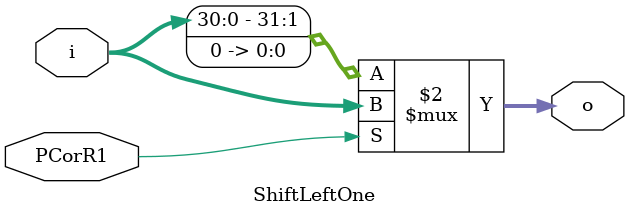
<source format=v>
module ShiftLeftOne (
    input wire PCorR1,
    input signed [31:0] i,
    output signed [31:0] o
);

    // TODO: implement your shift left 1 here
    assign o = (PCorR1) ? i : i << 1;


endmodule


</source>
